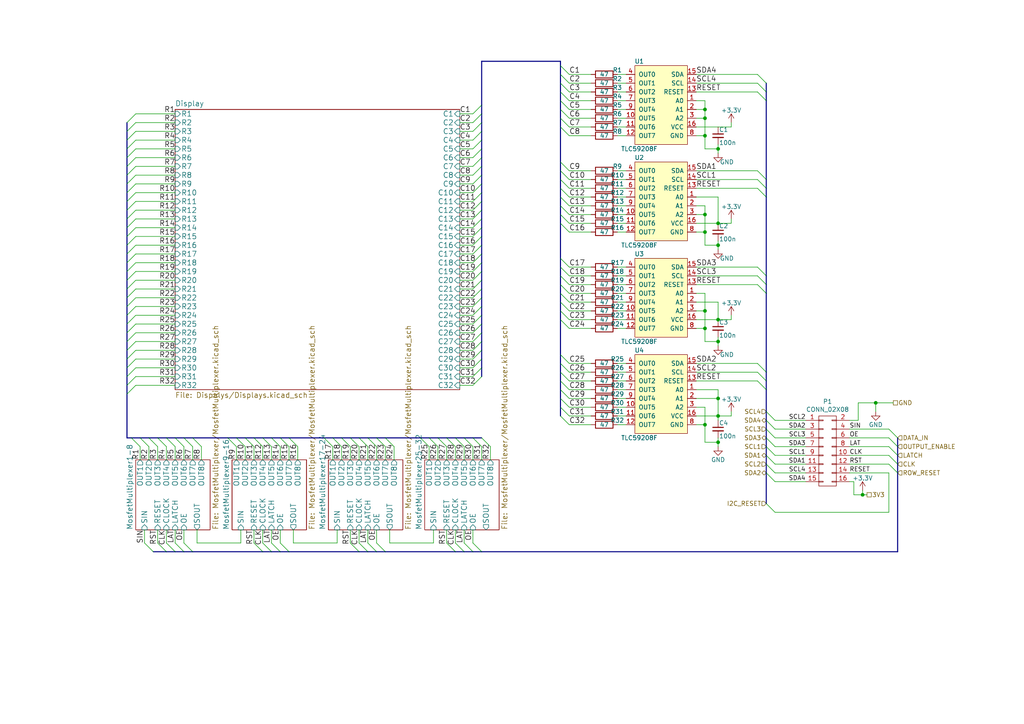
<source format=kicad_sch>
(kicad_sch (version 20211123) (generator eeschema)
  (paper "A4")
  (title_block (title "Wooden clock - display board") (date "2018-10-21") (rev "1.0.0") (company "Paweł Warzecha"))
  (lib_symbols
    (symbol "conn:CONN_02X08" (pin_names (offset 0.0254) hide)
      (property "Reference" "P" (at 0 11.43 0))
      (property "Value" "CONN_02X08" (at 0 0 90))
      (symbol "CONN_02X08_1_1"
        (pin passive line (at -6.35 8.89 0) (length 3.81) (name "P1") (number "1"))
        (pin passive line (at 6.35 -1.27 180) (length 3.81) (name "P10") (number "10"))
        (pin passive line (at -6.35 -3.81 0) (length 3.81) (name "P11") (number "11"))
        (pin passive line (at 6.35 -3.81 180) (length 3.81) (name "P12") (number "12"))
        (pin passive line (at -6.35 -6.35 0) (length 3.81) (name "P13") (number "13"))
        (pin passive line (at 6.35 -6.35 180) (length 3.81) (name "P14") (number "14"))
        (pin passive line (at -6.35 -8.89 0) (length 3.81) (name "P15") (number "15"))
        (pin passive line (at 6.35 -8.89 180) (length 3.81) (name "P16") (number "16"))
        (pin passive line (at 6.35 8.89 180) (length 3.81) (name "P2") (number "2"))
        (pin passive line (at -6.35 6.35 0) (length 3.81) (name "P3") (number "3"))
        (pin passive line (at 6.35 6.35 180) (length 3.81) (name "P4") (number "4"))
        (pin passive line (at -6.35 3.81 0) (length 3.81) (name "P5") (number "5"))
        (pin passive line (at 6.35 3.81 180) (length 3.81) (name "P6") (number "6"))
        (pin passive line (at -6.35 1.27 0) (length 3.81) (name "P7") (number "7"))
        (pin passive line (at 6.35 1.27 180) (length 3.81) (name "P8") (number "8"))
        (pin passive line (at -6.35 -1.27 0) (length 3.81) (name "P9") (number "9"))
      )
    )
    (symbol "device:C_Small" (pin_numbers hide) (pin_names (offset 0.254) hide)
      (property "Reference" "C" (at 0.254 1.778 0))
      (property "Value" "C_Small" (at 0.254 -2.032 0))
      (symbol "C_Small_1_1"
        (pin passive line (at 0 2.54 270) (length 1.905) (name "~") (number "1"))
        (pin passive line (at 0 -2.54 90) (length 2.032) (name "~") (number "2"))
      )
    )
    (symbol "device:R" (pin_numbers hide) (pin_names (offset 0))
      (property "Reference" "R" (at 2.032 0 90))
      (property "Value" "R" (at 0 0 90))
      (symbol "R_1_1"
        (pin passive line (at 0 3.81 270) (length 1.27) (name "~") (number "1"))
        (pin passive line (at 0 -3.81 90) (length 1.27) (name "~") (number "2"))
      )
    )
    (symbol "power:+3.3V" (power) (pin_names (offset 0))
      (property "Value" "+3.3V" (at 0 3.556 0))
      (symbol "+3.3V_1_1"
        (pin power_in line (at 0 0 90) (length 0) hide (name "+3.3V") (number "1"))
      )
    )
    (symbol "power:GND" (power) (pin_names (offset 0))
      (property "Value" "GND" (at 0 -3.81 0))
      (symbol "GND_1_1"
        (pin power_in line (at 0 0 270) (length 0) hide (name "GND") (number "1"))
      )
    )
    (symbol "texas:TLC59208F" (pin_names (offset 1.016))
      (property "Reference" "U" (at 6.35 12.7 0))
      (property "Value" "TLC59208F" (at 2.54 -12.7 0))
      (symbol "TLC59208F_1_1"
        (pin input line (at -10.16 1.27 0) (length 2.54) (name "A0") (number "1"))
        (pin input line (at 10.16 -3.81 180) (length 2.54) (name "OUT5") (number "10"))
        (pin input line (at 10.16 -6.35 180) (length 2.54) (name "OUT6") (number "11"))
        (pin input line (at 10.16 -8.89 180) (length 2.54) (name "OUT7") (number "12"))
        (pin input line (at -10.16 3.81 0) (length 2.54) (name "RESET") (number "13"))
        (pin input line (at -10.16 6.35 0) (length 2.54) (name "SCL") (number "14"))
        (pin input line (at -10.16 8.89 0) (length 2.54) (name "SDA") (number "15"))
        (pin input line (at -10.16 -6.35 0) (length 2.54) (name "VCC") (number "16"))
        (pin input line (at -10.16 -1.27 0) (length 2.54) (name "A1") (number "2"))
        (pin input line (at -10.16 -3.81 0) (length 2.54) (name "A2") (number "3"))
        (pin input line (at 10.16 8.89 180) (length 2.54) (name "OUT0") (number "4"))
        (pin input line (at 10.16 6.35 180) (length 2.54) (name "OUT1") (number "5"))
        (pin input line (at 10.16 3.81 180) (length 2.54) (name "OUT2") (number "6"))
        (pin input line (at 10.16 1.27 180) (length 2.54) (name "OUT3") (number "7"))
        (pin input line (at -10.16 -8.89 0) (length 2.54) (name "GND") (number "8"))
        (pin input line (at 10.16 -1.27 180) (length 2.54) (name "OUT4") (number "9"))
      )
    )
  )
  (junction (at 208.28 71.12))
  (junction (at 204.47 123.19))
  (junction (at 208.28 128.27))
  (junction (at 204.47 95.25))
  (junction (at 208.28 64.77))
  (junction (at 204.47 62.23))
  (junction (at 204.47 39.37))
  (junction (at 254 116.84))
  (junction (at 250.19 143.51))
  (junction (at 204.47 67.31))
  (junction (at 204.47 31.75))
  (junction (at 204.47 90.17))
  (junction (at 208.28 43.18))
  (junction (at 204.47 34.29))
  (junction (at 208.28 99.06))
  (junction (at 208.28 92.71))
  (junction (at 208.28 120.65))
  (junction (at 208.28 115.57))
  (bus_entry (at 93.98 127) (size 2.54 2.54))
  (bus_entry (at 257.81 127) (size 2.54 2.54))
  (bus_entry (at 222.25 132.08) (size 2.54 2.54))
  (bus_entry (at 36.83 66.04) (size 2.54 -2.54))
  (bus_entry (at 36.83 81.28) (size 2.54 -2.54))
  (bus_entry (at 106.68 127) (size 2.54 2.54))
  (bus_entry (at 162.56 115.57) (size 2.54 2.54))
  (bus_entry (at 137.16 58.42) (size 2.54 -2.54))
  (bus_entry (at 162.56 120.65) (size 2.54 2.54))
  (bus_entry (at 137.16 68.58) (size 2.54 -2.54))
  (bus_entry (at 36.83 43.18) (size 2.54 -2.54))
  (bus_entry (at 257.81 134.62) (size 2.54 2.54))
  (bus_entry (at 36.83 45.72) (size 2.54 -2.54))
  (bus_entry (at 45.72 127) (size 2.54 2.54))
  (bus_entry (at 137.16 106.68) (size 2.54 -2.54))
  (bus_entry (at 137.16 53.34) (size 2.54 -2.54))
  (bus_entry (at 55.88 127) (size 2.54 2.54))
  (bus_entry (at 124.46 127) (size 2.54 2.54))
  (bus_entry (at 127 127) (size 2.54 2.54))
  (bus_entry (at 162.56 54.61) (size 2.54 2.54))
  (bus_entry (at 132.08 157.48) (size 2.54 2.54))
  (bus_entry (at 36.83 93.98) (size 2.54 -2.54))
  (bus_entry (at 68.58 127) (size 2.54 2.54))
  (bus_entry (at 83.82 127) (size 2.54 2.54))
  (bus_entry (at 137.16 71.12) (size 2.54 -2.54))
  (bus_entry (at 50.8 127) (size 2.54 2.54))
  (bus_entry (at 162.56 80.01) (size 2.54 2.54))
  (bus_entry (at 134.62 157.48) (size 2.54 2.54))
  (bus_entry (at 36.83 109.22) (size 2.54 -2.54))
  (bus_entry (at 137.16 66.04) (size 2.54 -2.54))
  (bus_entry (at 111.76 127) (size 2.54 2.54))
  (bus_entry (at 162.56 31.75) (size 2.54 2.54))
  (bus_entry (at 137.16 45.72) (size 2.54 -2.54))
  (bus_entry (at 222.25 124.46) (size 2.54 2.54))
  (bus_entry (at 121.92 127) (size 2.54 2.54))
  (bus_entry (at 36.83 68.58) (size 2.54 -2.54))
  (bus_entry (at 162.56 74.93) (size 2.54 2.54))
  (bus_entry (at 36.83 76.2) (size 2.54 -2.54))
  (bus_entry (at 162.56 21.59) (size 2.54 2.54))
  (bus_entry (at 81.28 127) (size 2.54 2.54))
  (bus_entry (at 137.16 109.22) (size 2.54 -2.54))
  (bus_entry (at 219.71 26.67) (size 2.54 2.54))
  (bus_entry (at 162.56 90.17) (size 2.54 2.54))
  (bus_entry (at 162.56 85.09) (size 2.54 2.54))
  (bus_entry (at 162.56 29.21) (size 2.54 2.54))
  (bus_entry (at 222.25 119.38) (size 2.54 2.54))
  (bus_entry (at 137.16 78.74) (size 2.54 -2.54))
  (bus_entry (at 162.56 64.77) (size 2.54 2.54))
  (bus_entry (at 36.83 83.82) (size 2.54 -2.54))
  (bus_entry (at 76.2 127) (size 2.54 2.54))
  (bus_entry (at 162.56 59.69) (size 2.54 2.54))
  (bus_entry (at 222.25 134.62) (size 2.54 2.54))
  (bus_entry (at 137.16 86.36) (size 2.54 -2.54))
  (bus_entry (at 137.16 88.9) (size 2.54 -2.54))
  (bus_entry (at 48.26 157.48) (size 2.54 2.54))
  (bus_entry (at 162.56 77.47) (size 2.54 2.54))
  (bus_entry (at 78.74 127) (size 2.54 2.54))
  (bus_entry (at 137.16 48.26) (size 2.54 -2.54))
  (bus_entry (at 137.16 99.06) (size 2.54 -2.54))
  (bus_entry (at 222.25 146.05) (size 2.54 2.54))
  (bus_entry (at 257.81 129.54) (size 2.54 2.54))
  (bus_entry (at 162.56 34.29) (size 2.54 2.54))
  (bus_entry (at 76.2 157.48) (size 2.54 2.54))
  (bus_entry (at 36.83 99.06) (size 2.54 -2.54))
  (bus_entry (at 162.56 113.03) (size 2.54 2.54))
  (bus_entry (at 137.16 76.2) (size 2.54 -2.54))
  (bus_entry (at 137.16 101.6) (size 2.54 -2.54))
  (bus_entry (at 99.06 127) (size 2.54 2.54))
  (bus_entry (at 43.18 127) (size 2.54 2.54))
  (bus_entry (at 137.16 81.28) (size 2.54 -2.54))
  (bus_entry (at 257.81 124.46) (size 2.54 2.54))
  (bus_entry (at 36.83 78.74) (size 2.54 -2.54))
  (bus_entry (at 137.16 55.88) (size 2.54 -2.54))
  (bus_entry (at 36.83 73.66) (size 2.54 -2.54))
  (bus_entry (at 132.08 127) (size 2.54 2.54))
  (bus_entry (at 162.56 57.15) (size 2.54 2.54))
  (bus_entry (at 50.8 157.48) (size 2.54 2.54))
  (bus_entry (at 73.66 157.48) (size 2.54 2.54))
  (bus_entry (at 137.16 91.44) (size 2.54 -2.54))
  (bus_entry (at 219.71 80.01) (size 2.54 2.54))
  (bus_entry (at 129.54 157.48) (size 2.54 2.54))
  (bus_entry (at 45.72 157.48) (size 2.54 2.54))
  (bus_entry (at 40.64 127) (size 2.54 2.54))
  (bus_entry (at 36.83 38.1) (size 2.54 -2.54))
  (bus_entry (at 81.28 157.48) (size 2.54 2.54))
  (bus_entry (at 137.16 104.14) (size 2.54 -2.54))
  (bus_entry (at 162.56 92.71) (size 2.54 2.54))
  (bus_entry (at 36.83 50.8) (size 2.54 -2.54))
  (bus_entry (at 137.16 96.52) (size 2.54 -2.54))
  (bus_entry (at 73.66 127) (size 2.54 2.54))
  (bus_entry (at 109.22 127) (size 2.54 2.54))
  (bus_entry (at 222.25 121.92) (size 2.54 2.54))
  (bus_entry (at 36.83 114.3) (size 2.54 -2.54))
  (bus_entry (at 36.83 48.26) (size 2.54 -2.54))
  (bus_entry (at 162.56 52.07) (size 2.54 2.54))
  (bus_entry (at 219.71 82.55) (size 2.54 2.54))
  (bus_entry (at 78.74 157.48) (size 2.54 2.54))
  (bus_entry (at 137.16 40.64) (size 2.54 -2.54))
  (bus_entry (at 106.68 157.48) (size 2.54 2.54))
  (bus_entry (at 162.56 105.41) (size 2.54 2.54))
  (bus_entry (at 219.71 107.95) (size 2.54 2.54))
  (bus_entry (at 134.62 127) (size 2.54 2.54))
  (bus_entry (at 162.56 62.23) (size 2.54 2.54))
  (bus_entry (at 36.83 55.88) (size 2.54 -2.54))
  (bus_entry (at 219.71 54.61) (size 2.54 2.54))
  (bus_entry (at 38.1 127) (size 2.54 2.54))
  (bus_entry (at 162.56 110.49) (size 2.54 2.54))
  (bus_entry (at 36.83 58.42) (size 2.54 -2.54))
  (bus_entry (at 137.16 157.48) (size 2.54 2.54))
  (bus_entry (at 109.22 157.48) (size 2.54 2.54))
  (bus_entry (at 36.83 88.9) (size 2.54 -2.54))
  (bus_entry (at 162.56 102.87) (size 2.54 2.54))
  (bus_entry (at 219.71 105.41) (size 2.54 2.54))
  (bus_entry (at 53.34 157.48) (size 2.54 2.54))
  (bus_entry (at 162.56 118.11) (size 2.54 2.54))
  (bus_entry (at 137.16 73.66) (size 2.54 -2.54))
  (bus_entry (at 137.16 35.56) (size 2.54 -2.54))
  (bus_entry (at 101.6 127) (size 2.54 2.54))
  (bus_entry (at 53.34 127) (size 2.54 2.54))
  (bus_entry (at 36.83 71.12) (size 2.54 -2.54))
  (bus_entry (at 36.83 86.36) (size 2.54 -2.54))
  (bus_entry (at 71.12 127) (size 2.54 2.54))
  (bus_entry (at 162.56 49.53) (size 2.54 2.54))
  (bus_entry (at 137.16 43.18) (size 2.54 -2.54))
  (bus_entry (at 137.16 33.02) (size 2.54 -2.54))
  (bus_entry (at 36.83 35.56) (size 2.54 -2.54))
  (bus_entry (at 137.16 38.1) (size 2.54 -2.54))
  (bus_entry (at 162.56 82.55) (size 2.54 2.54))
  (bus_entry (at 162.56 19.05) (size 2.54 2.54))
  (bus_entry (at 219.71 24.13) (size 2.54 2.54))
  (bus_entry (at 219.71 21.59) (size 2.54 2.54))
  (bus_entry (at 219.71 110.49) (size 2.54 2.54))
  (bus_entry (at 36.83 101.6) (size 2.54 -2.54))
  (bus_entry (at 48.26 127) (size 2.54 2.54))
  (bus_entry (at 36.83 53.34) (size 2.54 -2.54))
  (bus_entry (at 104.14 157.48) (size 2.54 2.54))
  (bus_entry (at 222.25 127) (size 2.54 2.54))
  (bus_entry (at 222.25 137.16) (size 2.54 2.54))
  (bus_entry (at 137.16 63.5) (size 2.54 -2.54))
  (bus_entry (at 36.83 63.5) (size 2.54 -2.54))
  (bus_entry (at 137.16 127) (size 2.54 2.54))
  (bus_entry (at 36.83 106.68) (size 2.54 -2.54))
  (bus_entry (at 137.16 111.76) (size 2.54 -2.54))
  (bus_entry (at 36.83 96.52) (size 2.54 -2.54))
  (bus_entry (at 129.54 127) (size 2.54 2.54))
  (bus_entry (at 36.83 60.96) (size 2.54 -2.54))
  (bus_entry (at 257.81 132.08) (size 2.54 2.54))
  (bus_entry (at 66.04 127) (size 2.54 2.54))
  (bus_entry (at 36.83 104.14) (size 2.54 -2.54))
  (bus_entry (at 219.71 52.07) (size 2.54 2.54))
  (bus_entry (at 137.16 83.82) (size 2.54 -2.54))
  (bus_entry (at 162.56 36.83) (size 2.54 2.54))
  (bus_entry (at 137.16 50.8) (size 2.54 -2.54))
  (bus_entry (at 162.56 26.67) (size 2.54 2.54))
  (bus_entry (at 219.71 49.53) (size 2.54 2.54))
  (bus_entry (at 222.25 129.54) (size 2.54 2.54))
  (bus_entry (at 36.83 91.44) (size 2.54 -2.54))
  (bus_entry (at 96.52 127) (size 2.54 2.54))
  (bus_entry (at 162.56 87.63) (size 2.54 2.54))
  (bus_entry (at 139.7 127) (size 2.54 2.54))
  (bus_entry (at 162.56 46.99) (size 2.54 2.54))
  (bus_entry (at 137.16 93.98) (size 2.54 -2.54))
  (bus_entry (at 41.91 157.48) (size 2.54 2.54))
  (bus_entry (at 162.56 24.13) (size 2.54 2.54))
  (bus_entry (at 101.6 157.48) (size 2.54 2.54))
  (bus_entry (at 219.71 77.47) (size 2.54 2.54))
  (bus_entry (at 104.14 127) (size 2.54 2.54))
  (bus_entry (at 36.83 40.64) (size 2.54 -2.54))
  (bus_entry (at 137.16 60.96) (size 2.54 -2.54))
  (bus_entry (at 36.83 111.76) (size 2.54 -2.54))
  (bus_entry (at 162.56 107.95) (size 2.54 2.54))
  (bus (pts (xy 139.7 91.44) (xy 139.7 93.98)))
  (bus (pts (xy 53.34 127) (xy 55.88 127)))
  (wire (pts (xy 204.47 31.75) (xy 204.47 34.29)))
  (bus (pts (xy 162.56 115.57) (xy 162.56 118.11)))
  (wire (pts (xy 179.07 77.47) (xy 181.61 77.47)))
  (bus (pts (xy 36.83 101.6) (xy 36.83 104.14)))
  (bus (pts (xy 55.88 160.02) (xy 76.2 160.02)))
  (wire (pts (xy 204.47 85.09) (xy 204.47 90.17)))
  (wire (pts (xy 204.47 95.25) (xy 201.93 95.25)))
  (bus (pts (xy 76.2 127) (xy 78.74 127)))
  (bus (pts (xy 222.25 24.13) (xy 222.25 26.67)))
  (wire (pts (xy 181.61 36.83) (xy 179.07 36.83)))
  (bus (pts (xy 129.54 127) (xy 132.08 127)))
  (bus (pts (xy 127 127) (xy 129.54 127)))
  (bus (pts (xy 36.83 66.04) (xy 36.83 68.58)))
  (bus (pts (xy 36.83 86.36) (xy 36.83 88.9)))
  (wire (pts (xy 165.1 67.31) (xy 171.45 67.31)))
  (wire (pts (xy 179.07 49.53) (xy 181.61 49.53)))
  (wire (pts (xy 181.61 24.13) (xy 179.07 24.13)))
  (wire (pts (xy 39.37 55.88) (xy 50.8 55.88)))
  (wire (pts (xy 201.93 90.17) (xy 204.47 90.17)))
  (wire (pts (xy 219.71 24.13) (xy 201.93 24.13)))
  (wire (pts (xy 96.52 133.35) (xy 96.52 129.54)))
  (wire (pts (xy 81.28 129.54) (xy 81.28 133.35)))
  (wire (pts (xy 45.72 133.35) (xy 45.72 129.54)))
  (bus (pts (xy 139.7 53.34) (xy 139.7 55.88)))
  (wire (pts (xy 165.1 85.09) (xy 171.45 85.09)))
  (wire (pts (xy 165.1 82.55) (xy 171.45 82.55)))
  (wire (pts (xy 208.28 69.85) (xy 208.28 71.12)))
  (bus (pts (xy 222.25 85.09) (xy 222.25 107.95)))
  (wire (pts (xy 219.71 105.41) (xy 201.93 105.41)))
  (bus (pts (xy 162.56 17.78) (xy 162.56 19.05)))
  (wire (pts (xy 39.37 111.76) (xy 50.8 111.76)))
  (wire (pts (xy 57.15 153.67) (xy 57.15 157.48)))
  (wire (pts (xy 204.47 90.17) (xy 204.47 95.25)))
  (bus (pts (xy 78.74 127) (xy 81.28 127)))
  (bus (pts (xy 109.22 127) (xy 111.76 127)))
  (bus (pts (xy 71.12 127) (xy 73.66 127)))
  (bus (pts (xy 68.58 127) (xy 71.12 127)))
  (wire (pts (xy 50.8 68.58) (xy 39.37 68.58)))
  (wire (pts (xy 111.76 129.54) (xy 111.76 133.35)))
  (wire (pts (xy 201.93 62.23) (xy 204.47 62.23)))
  (wire (pts (xy 55.88 129.54) (xy 55.88 133.35)))
  (wire (pts (xy 50.8 63.5) (xy 39.37 63.5)))
  (bus (pts (xy 139.7 88.9) (xy 139.7 91.44)))
  (bus (pts (xy 162.56 102.87) (xy 162.56 105.41)))
  (wire (pts (xy 69.85 157.48) (xy 69.85 153.67)))
  (bus (pts (xy 78.74 160.02) (xy 81.28 160.02)))
  (bus (pts (xy 139.7 38.1) (xy 139.7 40.64)))
  (wire (pts (xy 204.47 43.18) (xy 208.28 43.18)))
  (bus (pts (xy 139.7 66.04) (xy 139.7 68.58)))
  (wire (pts (xy 204.47 123.19) (xy 204.47 128.27)))
  (wire (pts (xy 248.92 116.84) (xy 254 116.84)))
  (bus (pts (xy 222.25 57.15) (xy 222.25 80.01)))
  (wire (pts (xy 137.16 101.6) (xy 133.35 101.6)))
  (bus (pts (xy 162.56 24.13) (xy 162.56 26.67)))
  (bus (pts (xy 162.56 54.61) (xy 162.56 57.15)))
  (wire (pts (xy 165.1 49.53) (xy 171.45 49.53)))
  (bus (pts (xy 139.7 96.52) (xy 139.7 99.06)))
  (wire (pts (xy 204.47 85.09) (xy 201.93 85.09)))
  (wire (pts (xy 219.71 107.95) (xy 201.93 107.95)))
  (bus (pts (xy 83.82 127) (xy 93.98 127)))
  (bus (pts (xy 139.7 35.56) (xy 139.7 38.1)))
  (wire (pts (xy 137.16 76.2) (xy 133.35 76.2)))
  (wire (pts (xy 204.47 39.37) (xy 204.47 43.18)))
  (wire (pts (xy 165.1 87.63) (xy 171.45 87.63)))
  (bus (pts (xy 101.6 127) (xy 104.14 127)))
  (wire (pts (xy 165.1 120.65) (xy 171.45 120.65)))
  (bus (pts (xy 50.8 160.02) (xy 53.34 160.02)))
  (bus (pts (xy 260.35 127) (xy 260.35 129.54)))
  (wire (pts (xy 50.8 157.48) (xy 50.8 153.67)))
  (wire (pts (xy 204.47 118.11) (xy 204.47 123.19)))
  (wire (pts (xy 165.1 110.49) (xy 171.45 110.49)))
  (wire (pts (xy 165.1 59.69) (xy 171.45 59.69)))
  (wire (pts (xy 179.07 113.03) (xy 181.61 113.03)))
  (bus (pts (xy 162.56 92.71) (xy 162.56 102.87)))
  (wire (pts (xy 133.35 109.22) (xy 137.16 109.22)))
  (wire (pts (xy 181.61 120.65) (xy 179.07 120.65)))
  (wire (pts (xy 204.47 67.31) (xy 204.47 71.12)))
  (bus (pts (xy 162.56 118.11) (xy 162.56 120.65)))
  (bus (pts (xy 162.56 59.69) (xy 162.56 62.23)))
  (bus (pts (xy 222.25 54.61) (xy 222.25 57.15)))
  (bus (pts (xy 36.83 83.82) (xy 36.83 86.36)))
  (bus (pts (xy 222.25 119.38) (xy 222.25 121.92)))
  (wire (pts (xy 39.37 40.64) (xy 50.8 40.64)))
  (bus (pts (xy 162.56 105.41) (xy 162.56 107.95)))
  (wire (pts (xy 133.35 60.96) (xy 137.16 60.96)))
  (wire (pts (xy 133.35 83.82) (xy 137.16 83.82)))
  (bus (pts (xy 162.56 113.03) (xy 162.56 115.57)))
  (wire (pts (xy 39.37 35.56) (xy 50.8 35.56)))
  (bus (pts (xy 36.83 76.2) (xy 36.83 78.74)))
  (wire (pts (xy 39.37 86.36) (xy 50.8 86.36)))
  (wire (pts (xy 179.07 67.31) (xy 181.61 67.31)))
  (wire (pts (xy 48.26 153.67) (xy 48.26 157.48)))
  (bus (pts (xy 36.83 60.96) (xy 36.83 63.5)))
  (wire (pts (xy 133.35 40.64) (xy 137.16 40.64)))
  (wire (pts (xy 165.1 123.19) (xy 171.45 123.19)))
  (wire (pts (xy 39.37 50.8) (xy 50.8 50.8)))
  (wire (pts (xy 50.8 99.06) (xy 39.37 99.06)))
  (bus (pts (xy 111.76 127) (xy 121.92 127)))
  (bus (pts (xy 134.62 160.02) (xy 137.16 160.02)))
  (wire (pts (xy 129.54 157.48) (xy 129.54 153.67)))
  (wire (pts (xy 129.54 133.35) (xy 129.54 129.54)))
  (wire (pts (xy 133.35 73.66) (xy 137.16 73.66)))
  (wire (pts (xy 76.2 153.67) (xy 76.2 157.48)))
  (bus (pts (xy 36.83 78.74) (xy 36.83 81.28)))
  (wire (pts (xy 208.28 57.15) (xy 208.28 64.77)))
  (wire (pts (xy 208.28 41.91) (xy 208.28 43.18)))
  (wire (pts (xy 165.1 21.59) (xy 171.45 21.59)))
  (bus (pts (xy 81.28 160.02) (xy 83.82 160.02)))
  (wire (pts (xy 106.68 157.48) (xy 106.68 153.67)))
  (bus (pts (xy 139.7 106.68) (xy 139.7 109.22)))
  (bus (pts (xy 36.83 48.26) (xy 36.83 50.8)))
  (wire (pts (xy 181.61 115.57) (xy 179.07 115.57)))
  (bus (pts (xy 139.7 71.12) (xy 139.7 73.66)))
  (wire (pts (xy 201.93 36.83) (xy 212.09 36.83)))
  (wire (pts (xy 113.03 157.48) (xy 125.73 157.48)))
  (wire (pts (xy 233.68 134.62) (xy 224.79 134.62)))
  (wire (pts (xy 133.35 38.1) (xy 137.16 38.1)))
  (bus (pts (xy 260.35 134.62) (xy 260.35 137.16)))
  (wire (pts (xy 246.38 121.92) (xy 248.92 121.92)))
  (wire (pts (xy 181.61 29.21) (xy 179.07 29.21)))
  (bus (pts (xy 36.83 35.56) (xy 36.83 38.1)))
  (bus (pts (xy 139.7 45.72) (xy 139.7 48.26)))
  (bus (pts (xy 36.83 63.5) (xy 36.83 66.04)))
  (wire (pts (xy 39.37 101.6) (xy 50.8 101.6)))
  (bus (pts (xy 109.22 160.02) (xy 111.76 160.02)))
  (bus (pts (xy 36.83 111.76) (xy 36.83 114.3)))
  (bus (pts (xy 162.56 62.23) (xy 162.56 64.77)))
  (bus (pts (xy 139.7 17.78) (xy 162.56 17.78)))
  (wire (pts (xy 257.81 129.54) (xy 246.38 129.54)))
  (bus (pts (xy 43.18 127) (xy 45.72 127)))
  (wire (pts (xy 83.82 133.35) (xy 83.82 129.54)))
  (wire (pts (xy 124.46 133.35) (xy 124.46 129.54)))
  (wire (pts (xy 137.16 91.44) (xy 133.35 91.44)))
  (bus (pts (xy 162.56 26.67) (xy 162.56 29.21)))
  (bus (pts (xy 104.14 127) (xy 106.68 127)))
  (wire (pts (xy 50.8 38.1) (xy 39.37 38.1)))
  (wire (pts (xy 181.61 52.07) (xy 179.07 52.07)))
  (wire (pts (xy 133.35 45.72) (xy 137.16 45.72)))
  (wire (pts (xy 201.93 115.57) (xy 208.28 115.57)))
  (bus (pts (xy 36.83 55.88) (xy 36.83 58.42)))
  (wire (pts (xy 201.93 92.71) (xy 208.28 92.71)))
  (bus (pts (xy 36.83 96.52) (xy 36.83 99.06)))
  (bus (pts (xy 222.25 107.95) (xy 222.25 110.49)))
  (wire (pts (xy 201.93 59.69) (xy 204.47 59.69)))
  (bus (pts (xy 139.7 58.42) (xy 139.7 60.96)))
  (wire (pts (xy 104.14 129.54) (xy 104.14 133.35)))
  (wire (pts (xy 50.8 58.42) (xy 39.37 58.42)))
  (wire (pts (xy 208.28 120.65) (xy 212.09 120.65)))
  (bus (pts (xy 36.83 127) (xy 38.1 127)))
  (wire (pts (xy 109.22 157.48) (xy 109.22 153.67)))
  (bus (pts (xy 139.7 30.48) (xy 139.7 33.02)))
  (bus (pts (xy 53.34 160.02) (xy 55.88 160.02)))
  (bus (pts (xy 139.7 40.64) (xy 139.7 43.18)))
  (bus (pts (xy 36.83 88.9) (xy 36.83 91.44)))
  (wire (pts (xy 137.16 111.76) (xy 133.35 111.76)))
  (wire (pts (xy 50.8 73.66) (xy 39.37 73.66)))
  (wire (pts (xy 208.28 87.63) (xy 208.28 92.71)))
  (wire (pts (xy 212.09 92.71) (xy 212.09 91.44)))
  (wire (pts (xy 165.1 115.57) (xy 171.45 115.57)))
  (wire (pts (xy 142.24 129.54) (xy 142.24 133.35)))
  (bus (pts (xy 36.83 73.66) (xy 36.83 76.2)))
  (wire (pts (xy 179.07 82.55) (xy 181.61 82.55)))
  (wire (pts (xy 250.19 143.51) (xy 250.19 142.24)))
  (bus (pts (xy 36.83 40.64) (xy 36.83 43.18)))
  (bus (pts (xy 162.56 34.29) (xy 162.56 36.83)))
  (bus (pts (xy 66.04 127) (xy 68.58 127)))
  (wire (pts (xy 181.61 62.23) (xy 179.07 62.23)))
  (wire (pts (xy 208.28 128.27) (xy 208.28 129.54)))
  (wire (pts (xy 137.16 157.48) (xy 137.16 153.67)))
  (wire (pts (xy 201.93 64.77) (xy 208.28 64.77)))
  (wire (pts (xy 137.16 96.52) (xy 133.35 96.52)))
  (wire (pts (xy 137.16 129.54) (xy 137.16 133.35)))
  (wire (pts (xy 58.42 129.54) (xy 58.42 133.35)))
  (bus (pts (xy 139.7 76.2) (xy 139.7 78.74)))
  (bus (pts (xy 162.56 82.55) (xy 162.56 85.09)))
  (wire (pts (xy 73.66 133.35) (xy 73.66 129.54)))
  (wire (pts (xy 73.66 157.48) (xy 73.66 153.67)))
  (wire (pts (xy 254 116.84) (xy 259.08 116.84)))
  (wire (pts (xy 201.93 118.11) (xy 204.47 118.11)))
  (wire (pts (xy 165.1 62.23) (xy 171.45 62.23)))
  (wire (pts (xy 224.79 137.16) (xy 233.68 137.16)))
  (wire (pts (xy 247.65 139.7) (xy 247.65 143.51)))
  (wire (pts (xy 179.07 39.37) (xy 181.61 39.37)))
  (bus (pts (xy 162.56 110.49) (xy 162.56 113.03)))
  (wire (pts (xy 181.61 85.09) (xy 179.07 85.09)))
  (wire (pts (xy 53.34 153.67) (xy 53.34 157.48)))
  (bus (pts (xy 162.56 21.59) (xy 162.56 24.13)))
  (wire (pts (xy 204.47 59.69) (xy 204.47 62.23)))
  (bus (pts (xy 40.64 127) (xy 43.18 127)))
  (bus (pts (xy 36.83 91.44) (xy 36.83 93.98)))
  (wire (pts (xy 257.81 134.62) (xy 246.38 134.62)))
  (wire (pts (xy 165.1 95.25) (xy 171.45 95.25)))
  (wire (pts (xy 181.61 26.67) (xy 179.07 26.67)))
  (wire (pts (xy 39.37 76.2) (xy 50.8 76.2)))
  (wire (pts (xy 165.1 77.47) (xy 171.45 77.47)))
  (wire (pts (xy 165.1 92.71) (xy 171.45 92.71)))
  (wire (pts (xy 219.71 77.47) (xy 201.93 77.47)))
  (wire (pts (xy 179.07 118.11) (xy 181.61 118.11)))
  (wire (pts (xy 133.35 68.58) (xy 137.16 68.58)))
  (wire (pts (xy 50.8 104.14) (xy 39.37 104.14)))
  (wire (pts (xy 208.28 99.06) (xy 208.28 100.33)))
  (wire (pts (xy 165.1 36.83) (xy 171.45 36.83)))
  (bus (pts (xy 162.56 90.17) (xy 162.56 92.71)))
  (bus (pts (xy 162.56 64.77) (xy 162.56 74.93)))
  (wire (pts (xy 133.35 55.88) (xy 137.16 55.88)))
  (wire (pts (xy 43.18 129.54) (xy 43.18 133.35)))
  (bus (pts (xy 162.56 19.05) (xy 162.56 21.59)))
  (wire (pts (xy 250.19 143.51) (xy 251.46 143.51)))
  (wire (pts (xy 133.35 93.98) (xy 137.16 93.98)))
  (wire (pts (xy 257.81 124.46) (xy 246.38 124.46)))
  (wire (pts (xy 181.61 31.75) (xy 179.07 31.75)))
  (bus (pts (xy 139.7 63.5) (xy 139.7 66.04)))
  (bus (pts (xy 36.83 104.14) (xy 36.83 106.68)))
  (bus (pts (xy 45.72 127) (xy 48.26 127)))
  (wire (pts (xy 165.1 90.17) (xy 171.45 90.17)))
  (bus (pts (xy 162.56 36.83) (xy 162.56 46.99)))
  (wire (pts (xy 53.34 129.54) (xy 53.34 133.35)))
  (wire (pts (xy 208.28 71.12) (xy 208.28 72.39)))
  (wire (pts (xy 50.8 93.98) (xy 39.37 93.98)))
  (wire (pts (xy 81.28 157.48) (xy 81.28 153.67)))
  (wire (pts (xy 181.61 105.41) (xy 179.07 105.41)))
  (wire (pts (xy 101.6 157.48) (xy 101.6 153.67)))
  (bus (pts (xy 83.82 160.02) (xy 104.14 160.02)))
  (wire (pts (xy 165.1 34.29) (xy 171.45 34.29)))
  (bus (pts (xy 137.16 160.02) (xy 139.7 160.02)))
  (bus (pts (xy 162.56 85.09) (xy 162.56 87.63)))
  (wire (pts (xy 246.38 139.7) (xy 247.65 139.7)))
  (bus (pts (xy 222.25 134.62) (xy 222.25 137.16)))
  (wire (pts (xy 50.8 83.82) (xy 39.37 83.82)))
  (bus (pts (xy 111.76 160.02) (xy 132.08 160.02)))
  (wire (pts (xy 109.22 129.54) (xy 109.22 133.35)))
  (wire (pts (xy 165.1 26.67) (xy 171.45 26.67)))
  (wire (pts (xy 204.47 71.12) (xy 208.28 71.12)))
  (wire (pts (xy 201.93 113.03) (xy 208.28 113.03)))
  (wire (pts (xy 165.1 39.37) (xy 171.45 39.37)))
  (wire (pts (xy 201.93 52.07) (xy 219.71 52.07)))
  (wire (pts (xy 125.73 157.48) (xy 125.73 153.67)))
  (wire (pts (xy 137.16 71.12) (xy 133.35 71.12)))
  (wire (pts (xy 165.1 24.13) (xy 171.45 24.13)))
  (wire (pts (xy 257.81 148.59) (xy 224.79 148.59)))
  (wire (pts (xy 71.12 129.54) (xy 71.12 133.35)))
  (bus (pts (xy 48.26 127) (xy 50.8 127)))
  (wire (pts (xy 85.09 153.67) (xy 85.09 157.48)))
  (bus (pts (xy 139.7 99.06) (xy 139.7 101.6)))
  (bus (pts (xy 132.08 127) (xy 134.62 127)))
  (bus (pts (xy 139.7 50.8) (xy 139.7 53.34)))
  (wire (pts (xy 247.65 143.51) (xy 250.19 143.51)))
  (wire (pts (xy 179.07 107.95) (xy 181.61 107.95)))
  (bus (pts (xy 222.25 121.92) (xy 222.25 124.46)))
  (bus (pts (xy 139.7 60.96) (xy 139.7 63.5)))
  (bus (pts (xy 36.83 106.68) (xy 36.83 109.22)))
  (bus (pts (xy 36.83 99.06) (xy 36.83 101.6)))
  (wire (pts (xy 201.93 80.01) (xy 219.71 80.01)))
  (wire (pts (xy 137.16 35.56) (xy 133.35 35.56)))
  (wire (pts (xy 137.16 81.28) (xy 133.35 81.28)))
  (bus (pts (xy 137.16 127) (xy 139.7 127)))
  (bus (pts (xy 36.83 93.98) (xy 36.83 96.52)))
  (bus (pts (xy 106.68 127) (xy 109.22 127)))
  (bus (pts (xy 104.14 160.02) (xy 106.68 160.02)))
  (wire (pts (xy 39.37 60.96) (xy 50.8 60.96)))
  (bus (pts (xy 36.83 68.58) (xy 36.83 71.12)))
  (bus (pts (xy 139.7 86.36) (xy 139.7 88.9)))
  (wire (pts (xy 208.28 92.71) (xy 212.09 92.71)))
  (wire (pts (xy 201.93 29.21) (xy 204.47 29.21)))
  (wire (pts (xy 39.37 45.72) (xy 50.8 45.72)))
  (wire (pts (xy 181.61 90.17) (xy 179.07 90.17)))
  (wire (pts (xy 137.16 53.34) (xy 133.35 53.34)))
  (wire (pts (xy 50.8 133.35) (xy 50.8 129.54)))
  (wire (pts (xy 133.35 88.9) (xy 137.16 88.9)))
  (wire (pts (xy 181.61 34.29) (xy 179.07 34.29)))
  (wire (pts (xy 204.47 34.29) (xy 201.93 34.29)))
  (wire (pts (xy 133.35 78.74) (xy 137.16 78.74)))
  (wire (pts (xy 181.61 64.77) (xy 179.07 64.77)))
  (wire (pts (xy 208.28 113.03) (xy 208.28 115.57)))
  (wire (pts (xy 139.7 133.35) (xy 139.7 129.54)))
  (wire (pts (xy 101.6 133.35) (xy 101.6 129.54)))
  (bus (pts (xy 139.7 83.82) (xy 139.7 86.36)))
  (bus (pts (xy 222.25 127) (xy 222.25 129.54)))
  (bus (pts (xy 222.25 110.49) (xy 222.25 113.03)))
  (bus (pts (xy 139.7 160.02) (xy 260.35 160.02)))
  (wire (pts (xy 204.47 95.25) (xy 204.47 99.06)))
  (bus (pts (xy 96.52 127) (xy 99.06 127)))
  (wire (pts (xy 50.8 109.22) (xy 39.37 109.22)))
  (wire (pts (xy 165.1 64.77) (xy 171.45 64.77)))
  (wire (pts (xy 165.1 118.11) (xy 171.45 118.11)))
  (wire (pts (xy 86.36 129.54) (xy 86.36 133.35)))
  (bus (pts (xy 36.83 50.8) (xy 36.83 53.34)))
  (wire (pts (xy 45.72 157.48) (xy 45.72 153.67)))
  (wire (pts (xy 50.8 48.26) (xy 39.37 48.26)))
  (bus (pts (xy 76.2 160.02) (xy 78.74 160.02)))
  (bus (pts (xy 162.56 107.95) (xy 162.56 110.49)))
  (wire (pts (xy 179.07 21.59) (xy 181.61 21.59)))
  (wire (pts (xy 137.16 48.26) (xy 133.35 48.26)))
  (bus (pts (xy 93.98 127) (xy 96.52 127)))
  (wire (pts (xy 219.71 49.53) (xy 201.93 49.53)))
  (wire (pts (xy 104.14 157.48) (xy 104.14 153.67)))
  (wire (pts (xy 137.16 58.42) (xy 133.35 58.42)))
  (wire (pts (xy 248.92 121.92) (xy 248.92 116.84)))
  (wire (pts (xy 204.47 67.31) (xy 201.93 67.31)))
  (bus (pts (xy 139.7 73.66) (xy 139.7 76.2)))
  (wire (pts (xy 208.28 115.57) (xy 208.28 120.65)))
  (wire (pts (xy 201.93 26.67) (xy 219.71 26.67)))
  (wire (pts (xy 50.8 78.74) (xy 39.37 78.74)))
  (bus (pts (xy 139.7 81.28) (xy 139.7 83.82)))
  (wire (pts (xy 165.1 107.95) (xy 171.45 107.95)))
  (wire (pts (xy 113.03 153.67) (xy 113.03 157.48)))
  (wire (pts (xy 254 119.38) (xy 254 116.84)))
  (wire (pts (xy 165.1 52.07) (xy 171.45 52.07)))
  (bus (pts (xy 162.56 46.99) (xy 162.56 49.53)))
  (bus (pts (xy 162.56 29.21) (xy 162.56 31.75)))
  (wire (pts (xy 39.37 81.28) (xy 50.8 81.28)))
  (wire (pts (xy 204.47 39.37) (xy 201.93 39.37)))
  (wire (pts (xy 181.61 95.25) (xy 179.07 95.25)))
  (wire (pts (xy 134.62 157.48) (xy 134.62 153.67)))
  (wire (pts (xy 212.09 36.83) (xy 212.09 35.56)))
  (wire (pts (xy 78.74 133.35) (xy 78.74 129.54)))
  (wire (pts (xy 201.93 87.63) (xy 208.28 87.63)))
  (wire (pts (xy 179.07 92.71) (xy 181.61 92.71)))
  (bus (pts (xy 44.45 160.02) (xy 48.26 160.02)))
  (bus (pts (xy 162.56 87.63) (xy 162.56 90.17)))
  (bus (pts (xy 36.83 71.12) (xy 36.83 73.66)))
  (bus (pts (xy 134.62 127) (xy 137.16 127)))
  (bus (pts (xy 36.83 81.28) (xy 36.83 83.82)))
  (wire (pts (xy 233.68 132.08) (xy 224.79 132.08)))
  (wire (pts (xy 50.8 33.02) (xy 39.37 33.02)))
  (wire (pts (xy 99.06 129.54) (xy 99.06 133.35)))
  (wire (pts (xy 204.47 34.29) (xy 204.47 39.37)))
  (bus (pts (xy 222.25 80.01) (xy 222.25 82.55)))
  (bus (pts (xy 222.25 129.54) (xy 222.25 132.08)))
  (wire (pts (xy 212.09 64.77) (xy 212.09 63.5)))
  (wire (pts (xy 204.47 123.19) (xy 201.93 123.19)))
  (bus (pts (xy 162.56 52.07) (xy 162.56 54.61)))
  (bus (pts (xy 55.88 127) (xy 66.04 127)))
  (bus (pts (xy 48.26 160.02) (xy 50.8 160.02)))
  (bus (pts (xy 36.83 43.18) (xy 36.83 45.72)))
  (wire (pts (xy 257.81 127) (xy 246.38 127)))
  (bus (pts (xy 132.08 160.02) (xy 134.62 160.02)))
  (wire (pts (xy 50.8 43.18) (xy 39.37 43.18)))
  (bus (pts (xy 139.7 43.18) (xy 139.7 45.72)))
  (wire (pts (xy 40.64 133.35) (xy 40.64 129.54)))
  (wire (pts (xy 39.37 106.68) (xy 50.8 106.68)))
  (wire (pts (xy 204.47 29.21) (xy 204.47 31.75)))
  (wire (pts (xy 204.47 128.27) (xy 208.28 128.27)))
  (wire (pts (xy 137.16 43.18) (xy 133.35 43.18)))
  (wire (pts (xy 57.15 157.48) (xy 69.85 157.48)))
  (wire (pts (xy 50.8 53.34) (xy 39.37 53.34)))
  (wire (pts (xy 208.28 120.65) (xy 208.28 121.92)))
  (wire (pts (xy 39.37 96.52) (xy 50.8 96.52)))
  (wire (pts (xy 201.93 31.75) (xy 204.47 31.75)))
  (wire (pts (xy 106.68 133.35) (xy 106.68 129.54)))
  (wire (pts (xy 137.16 66.04) (xy 133.35 66.04)))
  (bus (pts (xy 139.7 78.74) (xy 139.7 81.28)))
  (wire (pts (xy 181.61 57.15) (xy 179.07 57.15)))
  (wire (pts (xy 127 129.54) (xy 127 133.35)))
  (bus (pts (xy 139.7 101.6) (xy 139.7 104.14)))
  (bus (pts (xy 36.83 53.34) (xy 36.83 55.88)))
  (wire (pts (xy 212.09 120.65) (xy 212.09 119.38)))
  (wire (pts (xy 204.47 99.06) (xy 208.28 99.06)))
  (bus (pts (xy 139.7 68.58) (xy 139.7 71.12)))
  (bus (pts (xy 36.83 45.72) (xy 36.83 48.26)))
  (wire (pts (xy 233.68 127) (xy 224.79 127)))
  (bus (pts (xy 73.66 127) (xy 76.2 127)))
  (bus (pts (xy 222.25 137.16) (xy 222.25 146.05)))
  (wire (pts (xy 85.09 157.48) (xy 97.79 157.48)))
  (wire (pts (xy 97.79 157.48) (xy 97.79 153.67)))
  (bus (pts (xy 36.83 58.42) (xy 36.83 60.96)))
  (wire (pts (xy 233.68 139.7) (xy 224.79 139.7)))
  (wire (pts (xy 257.81 137.16) (xy 257.81 148.59)))
  (bus (pts (xy 162.56 31.75) (xy 162.56 34.29)))
  (wire (pts (xy 39.37 91.44) (xy 50.8 91.44)))
  (bus (pts (xy 36.83 114.3) (xy 36.83 127)))
  (wire (pts (xy 165.1 105.41) (xy 171.45 105.41)))
  (wire (pts (xy 165.1 113.03) (xy 171.45 113.03)))
  (bus (pts (xy 162.56 57.15) (xy 162.56 59.69)))
  (wire (pts (xy 114.3 133.35) (xy 114.3 129.54)))
  (wire (pts (xy 76.2 129.54) (xy 76.2 133.35)))
  (wire (pts (xy 133.35 33.02) (xy 137.16 33.02)))
  (wire (pts (xy 201.93 110.49) (xy 219.71 110.49)))
  (wire (pts (xy 181.61 110.49) (xy 179.07 110.49)))
  (wire (pts (xy 165.1 54.61) (xy 171.45 54.61)))
  (wire (pts (xy 233.68 121.92) (xy 224.79 121.92)))
  (bus (pts (xy 222.25 52.07) (xy 222.25 54.61)))
  (bus (pts (xy 124.46 127) (xy 127 127)))
  (bus (pts (xy 50.8 127) (xy 53.34 127)))
  (bus (pts (xy 260.35 132.08) (xy 260.35 134.62)))
  (wire (pts (xy 132.08 129.54) (xy 132.08 133.35)))
  (wire (pts (xy 219.71 54.61) (xy 201.93 54.61)))
  (wire (pts (xy 219.71 82.55) (xy 201.93 82.55)))
  (wire (pts (xy 179.07 87.63) (xy 181.61 87.63)))
  (bus (pts (xy 222.25 124.46) (xy 222.25 127)))
  (wire (pts (xy 208.28 64.77) (xy 212.09 64.77)))
  (bus (pts (xy 121.92 127) (xy 124.46 127)))
  (wire (pts (xy 78.74 157.48) (xy 78.74 153.67)))
  (wire (pts (xy 68.58 133.35) (xy 68.58 129.54)))
  (bus (pts (xy 162.56 74.93) (xy 162.56 77.47)))
  (wire (pts (xy 133.35 63.5) (xy 137.16 63.5)))
  (wire (pts (xy 179.07 59.69) (xy 181.61 59.69)))
  (bus (pts (xy 81.28 127) (xy 83.82 127)))
  (wire (pts (xy 137.16 86.36) (xy 133.35 86.36)))
  (wire (pts (xy 201.93 21.59) (xy 219.71 21.59)))
  (wire (pts (xy 133.35 104.14) (xy 137.16 104.14)))
  (wire (pts (xy 208.28 43.18) (xy 208.28 44.45)))
  (wire (pts (xy 201.93 57.15) (xy 208.28 57.15)))
  (wire (pts (xy 179.07 123.19) (xy 181.61 123.19)))
  (wire (pts (xy 165.1 57.15) (xy 171.45 57.15)))
  (wire (pts (xy 165.1 80.01) (xy 171.45 80.01)))
  (bus (pts (xy 260.35 129.54) (xy 260.35 132.08)))
  (wire (pts (xy 134.62 133.35) (xy 134.62 129.54)))
  (bus (pts (xy 36.83 38.1) (xy 36.83 40.64)))
  (wire (pts (xy 181.61 80.01) (xy 179.07 80.01)))
  (bus (pts (xy 99.06 127) (xy 101.6 127)))
  (bus (pts (xy 222.25 29.21) (xy 222.25 52.07)))
  (bus (pts (xy 222.25 82.55) (xy 222.25 85.09)))
  (wire (pts (xy 165.1 31.75) (xy 171.45 31.75)))
  (bus (pts (xy 139.7 104.14) (xy 139.7 106.68)))
  (bus (pts (xy 36.83 109.22) (xy 36.83 111.76)))
  (bus (pts (xy 162.56 77.47) (xy 162.56 80.01)))
  (wire (pts (xy 133.35 99.06) (xy 137.16 99.06)))
  (wire (pts (xy 165.1 29.21) (xy 171.45 29.21)))
  (wire (pts (xy 39.37 71.12) (xy 50.8 71.12)))
  (wire (pts (xy 41.91 153.67) (xy 41.91 157.48)))
  (wire (pts (xy 208.28 127) (xy 208.28 128.27)))
  (bus (pts (xy 162.56 80.01) (xy 162.56 82.55)))
  (wire (pts (xy 201.93 120.65) (xy 208.28 120.65)))
  (wire (pts (xy 132.08 157.48) (xy 132.08 153.67)))
  (bus (pts (xy 106.68 160.02) (xy 109.22 160.02)))
  (bus (pts (xy 139.7 55.88) (xy 139.7 58.42)))
  (bus (pts (xy 139.7 17.78) (xy 139.7 30.48)))
  (wire (pts (xy 208.28 97.79) (xy 208.28 99.06)))
  (wire (pts (xy 257.81 132.08) (xy 246.38 132.08)))
  (wire (pts (xy 48.26 129.54) (xy 48.26 133.35)))
  (bus (pts (xy 139.7 93.98) (xy 139.7 96.52)))
  (bus (pts (xy 222.25 26.67) (xy 222.25 29.21)))
  (wire (pts (xy 137.16 106.68) (xy 133.35 106.68)))
  (bus (pts (xy 139.7 48.26) (xy 139.7 50.8)))
  (bus (pts (xy 260.35 137.16) (xy 260.35 160.02)))
  (bus (pts (xy 139.7 33.02) (xy 139.7 35.56)))
  (bus (pts (xy 162.56 49.53) (xy 162.56 52.07)))
  (wire (pts (xy 179.07 54.61) (xy 181.61 54.61)))
  (bus (pts (xy 38.1 127) (xy 40.64 127)))
  (wire (pts (xy 233.68 124.46) (xy 224.79 124.46)))
  (bus (pts (xy 222.25 132.08) (xy 222.25 134.62)))
  (wire (pts (xy 233.68 129.54) (xy 224.79 129.54)))
  (wire (pts (xy 39.37 66.04) (xy 50.8 66.04)))
  (wire (pts (xy 246.38 137.16) (xy 257.81 137.16)))
  (bus (pts (xy 222.25 113.03) (xy 222.25 119.38)))
  (wire (pts (xy 50.8 88.9) (xy 39.37 88.9)))
  (wire (pts (xy 204.47 62.23) (xy 204.47 67.31)))
  (wire (pts (xy 133.35 50.8) (xy 137.16 50.8)))
  (label "C8" (at 133.35 50.8 0) (effects (font (size 1.524 1.524))))
  (label "C9" (at 165.1 49.53 0) (effects (font (size 1.524 1.524))))
  (label "R24" (at 50.8 91.44 180) (effects (font (size 1.524 1.524))))
  (label "R12" (at 50.8 60.96 180) (effects (font (size 1.524 1.524))))
  (label "C2" (at 133.35 35.56 0) (effects (font (size 1.524 1.524))))
  (label "C6" (at 165.1 34.29 0) (effects (font (size 1.524 1.524))))
  (label "R7" (at 55.88 133.35 90) (effects (font (size 1.524 1.524))))
  (label "C31" (at 165.1 120.65 0) (effects (font (size 1.524 1.524))))
  (label "LAT" (at 78.74 153.67 270) (effects (font (size 1.524 1.524))))
  (label "R30" (at 137.16 133.35 90) (effects (font (size 1.524 1.524))))
  (label "R2" (at 43.18 133.35 90) (effects (font (size 1.524 1.524))))
  (label "C25" (at 133.35 93.98 0) (effects (font (size 1.524 1.524))))
  (label "C15" (at 165.1 64.77 0) (effects (font (size 1.524 1.524))))
  (label "C3" (at 165.1 26.67 0) (effects (font (size 1.524 1.524))))
  (label "RESET" (at 201.93 82.55 0) (effects (font (size 1.524 1.524))))
  (label "C30" (at 133.35 106.68 0) (effects (font (size 1.524 1.524))))
  (label "R23" (at 111.76 133.35 90) (effects (font (size 1.524 1.524))))
  (label "R21" (at 50.8 83.82 180) (effects (font (size 1.524 1.524))))
  (label "C7" (at 165.1 36.83 0) (effects (font (size 1.524 1.524))))
  (label "SDA1" (at 201.93 49.53 0) (effects (font (size 1.524 1.524))))
  (label "R9" (at 68.58 133.35 90) (effects (font (size 1.524 1.524))))
  (label "C20" (at 133.35 81.28 0) (effects (font (size 1.524 1.524))))
  (label "R15" (at 50.8 68.58 180) (effects (font (size 1.524 1.524))))
  (label "R3" (at 50.8 38.1 180) (effects (font (size 1.524 1.524))))
  (label "R11" (at 73.66 133.35 90) (effects (font (size 1.524 1.524))))
  (label "C10" (at 165.1 52.07 0) (effects (font (size 1.524 1.524))))
  (label "RST" (at 45.72 153.67 270) (effects (font (size 1.524 1.524))))
  (label "C30" (at 165.1 118.11 0) (effects (font (size 1.524 1.524))))
  (label "C31" (at 133.35 109.22 0) (effects (font (size 1.524 1.524))))
  (label "SDA4" (at 201.93 21.59 0) (effects (font (size 1.524 1.524))))
  (label "C12" (at 165.1 57.15 0) (effects (font (size 1.524 1.524))))
  (label "R32" (at 142.24 133.35 90) (effects (font (size 1.524 1.524))))
  (label "C23" (at 133.35 88.9 0) (effects (font (size 1.524 1.524))))
  (label "R5" (at 50.8 43.18 180) (effects (font (size 1.524 1.524))))
  (label "R26" (at 127 133.35 90) (effects (font (size 1.524 1.524))))
  (label "R11" (at 50.8 58.42 180) (effects (font (size 1.524 1.524))))
  (label "R8" (at 58.42 133.35 90) (effects (font (size 1.524 1.524))))
  (label "SDA3" (at 201.93 77.47 0) (effects (font (size 1.524 1.524))))
  (label "R28" (at 132.08 133.35 90) (effects (font (size 1.524 1.524))))
  (label "SCL4" (at 233.68 137.16 180))
  (label "C12" (at 133.35 60.96 0) (effects (font (size 1.524 1.524))))
  (label "R17" (at 50.8 73.66 180) (effects (font (size 1.524 1.524))))
  (label "CLK" (at 48.26 153.67 270) (effects (font (size 1.524 1.524))))
  (label "C19" (at 133.35 78.74 0) (effects (font (size 1.524 1.524))))
  (label "C15" (at 133.35 68.58 0) (effects (font (size 1.524 1.524))))
  (label "R18" (at 50.8 76.2 180) (effects (font (size 1.524 1.524))))
  (label "CLK" (at 132.08 153.67 270) (effects (font (size 1.524 1.524))))
  (label "SCL3" (at 201.93 80.01 0) (effects (font (size 1.524 1.524))))
  (label "C4" (at 165.1 29.21 0) (effects (font (size 1.524 1.524))))
  (label "CLK" (at 76.2 153.67 270) (effects (font (size 1.524 1.524))))
  (label "C32" (at 165.1 123.19 0) (effects (font (size 1.524 1.524))))
  (label "R32" (at 50.8 111.76 180) (effects (font (size 1.524 1.524))))
  (label "C21" (at 133.35 83.82 0) (effects (font (size 1.524 1.524))))
  (label "R31" (at 50.8 109.22 180) (effects (font (size 1.524 1.524))))
  (label "C27" (at 165.1 110.49 0) (effects (font (size 1.524 1.524))))
  (label "R16" (at 86.36 133.35 90) (effects (font (size 1.524 1.524))))
  (label "LAT" (at 106.68 153.67 270) (effects (font (size 1.524 1.524))))
  (label "SDA2" (at 233.68 124.46 180))
  (label "C18" (at 133.35 76.2 0) (effects (font (size 1.524 1.524))))
  (label "R10" (at 71.12 133.35 90) (effects (font (size 1.524 1.524))))
  (label "R1" (at 40.64 133.35 90) (effects (font (size 1.524 1.524))))
  (label "C9" (at 133.35 53.34 0) (effects (font (size 1.524 1.524))))
  (label "R15" (at 83.82 133.35 90) (effects (font (size 1.524 1.524))))
  (label "OE" (at 246.38 127 0))
  (label "C7" (at 133.35 48.26 0) (effects (font (size 1.524 1.524))))
  (label "C26" (at 133.35 96.52 0) (effects (font (size 1.524 1.524))))
  (label "R12" (at 76.2 133.35 90) (effects (font (size 1.524 1.524))))
  (label "C24" (at 165.1 95.25 0) (effects (font (size 1.524 1.524))))
  (label "C16" (at 165.1 67.31 0) (effects (font (size 1.524 1.524))))
  (label "LAT" (at 50.8 153.67 270) (effects (font (size 1.524 1.524))))
  (label "R29" (at 134.62 133.35 90) (effects (font (size 1.524 1.524))))
  (label "R10" (at 50.8 55.88 180) (effects (font (size 1.524 1.524))))
  (label "C32" (at 133.35 111.76 0) (effects (font (size 1.524 1.524))))
  (label "R27" (at 129.54 133.35 90) (effects (font (size 1.524 1.524))))
  (label "R8" (at 50.8 50.8 180) (effects (font (size 1.524 1.524))))
  (label "R5" (at 50.8 133.35 90) (effects (font (size 1.524 1.524))))
  (label "RST" (at 73.66 153.67 270) (effects (font (size 1.524 1.524))))
  (label "R2" (at 50.8 35.56 180) (effects (font (size 1.524 1.524))))
  (label "C13" (at 165.1 59.69 0) (effects (font (size 1.524 1.524))))
  (label "R16" (at 50.8 71.12 180) (effects (font (size 1.524 1.524))))
  (label "SDA1" (at 233.68 134.62 180))
  (label "R13" (at 50.8 63.5 180) (effects (font (size 1.524 1.524))))
  (label "R25" (at 124.46 133.35 90) (effects (font (size 1.524 1.524))))
  (label "C23" (at 165.1 92.71 0) (effects (font (size 1.524 1.524))))
  (label "C5" (at 133.35 43.18 0) (effects (font (size 1.524 1.524))))
  (label "R26" (at 50.8 96.52 180) (effects (font (size 1.524 1.524))))
  (label "R9" (at 50.8 53.34 180) (effects (font (size 1.524 1.524))))
  (label "R7" (at 50.8 48.26 180) (effects (font (size 1.524 1.524))))
  (label "R25" (at 50.8 93.98 180) (effects (font (size 1.524 1.524))))
  (label "R19" (at 50.8 78.74 180) (effects (font (size 1.524 1.524))))
  (label "R14" (at 50.8 66.04 180) (effects (font (size 1.524 1.524))))
  (label "C14" (at 165.1 62.23 0) (effects (font (size 1.524 1.524))))
  (label "R22" (at 109.22 133.35 90) (effects (font (size 1.524 1.524))))
  (label "LAT" (at 134.62 153.67 270) (effects (font (size 1.524 1.524))))
  (label "SCL2" (at 201.93 107.95 0) (effects (font (size 1.524 1.524))))
  (label "C1" (at 133.35 33.02 0) (effects (font (size 1.524 1.524))))
  (label "C18" (at 165.1 80.01 0) (effects (font (size 1.524 1.524))))
  (label "C14" (at 133.35 66.04 0) (effects (font (size 1.524 1.524))))
  (label "R18" (at 99.06 133.35 90) (effects (font (size 1.524 1.524))))
  (label "R27" (at 50.8 99.06 180) (effects (font (size 1.524 1.524))))
  (label "C2" (at 165.1 24.13 0) (effects (font (size 1.524 1.524))))
  (label "C11" (at 165.1 54.61 0) (effects (font (size 1.524 1.524))))
  (label "C5" (at 165.1 31.75 0) (effects (font (size 1.524 1.524))))
  (label "C29" (at 133.35 104.14 0) (effects (font (size 1.524 1.524))))
  (label "C3" (at 133.35 38.1 0) (effects (font (size 1.524 1.524))))
  (label "SIN" (at 41.91 153.67 270) (effects (font (size 1.524 1.524))))
  (label "R17" (at 96.52 133.35 90) (effects (font (size 1.524 1.524))))
  (label "SCL2" (at 233.68 121.92 180))
  (label "C21" (at 165.1 87.63 0) (effects (font (size 1.524 1.524))))
  (label "C27" (at 133.35 99.06 0) (effects (font (size 1.524 1.524))))
  (label "C17" (at 133.35 73.66 0) (effects (font (size 1.524 1.524))))
  (label "C26" (at 165.1 107.95 0) (effects (font (size 1.524 1.524))))
  (label "R23" (at 50.8 88.9 180) (effects (font (size 1.524 1.524))))
  (label "R14" (at 81.28 133.35 90) (effects (font (size 1.524 1.524))))
  (label "R21" (at 106.68 133.35 90) (effects (font (size 1.524 1.524))))
  (label "C28" (at 165.1 113.03 0) (effects (font (size 1.524 1.524))))
  (label "C6" (at 133.35 45.72 0) (effects (font (size 1.524 1.524))))
  (label "C4" (at 133.35 40.64 0) (effects (font (size 1.524 1.524))))
  (label "C25" (at 165.1 105.41 0) (effects (font (size 1.524 1.524))))
  (label "SIN" (at 246.38 124.46 0))
  (label "R22" (at 50.8 86.36 180) (effects (font (size 1.524 1.524))))
  (label "R24" (at 114.3 133.35 90) (effects (font (size 1.524 1.524))))
  (label "RST" (at 129.54 153.67 270) (effects (font (size 1.524 1.524))))
  (label "C24" (at 133.35 91.44 0) (effects (font (size 1.524 1.524))))
  (label "RESET" (at 201.93 54.61 0) (effects (font (size 1.524 1.524))))
  (label "SCL1" (at 201.93 52.07 0) (effects (font (size 1.524 1.524))))
  (label "R31" (at 139.7 133.35 90) (effects (font (size 1.524 1.524))))
  (label "C22" (at 165.1 90.17 0) (effects (font (size 1.524 1.524))))
  (label "SDA4" (at 233.68 139.7 180))
  (label "C20" (at 165.1 85.09 0) (effects (font (size 1.524 1.524))))
  (label "RESET" (at 246.38 137.16 0))
  (label "R6" (at 50.8 45.72 180) (effects (font (size 1.524 1.524))))
  (label "OE" (at 53.34 153.67 270) (effects (font (size 1.524 1.524))))
  (label "SCL4" (at 201.93 24.13 0) (effects (font (size 1.524 1.524))))
  (label "OE" (at 109.22 153.67 270) (effects (font (size 1.524 1.524))))
  (label "R1" (at 50.8 33.02 180) (effects (font (size 1.524 1.524))))
  (label "SDA3" (at 233.68 129.54 180))
  (label "C17" (at 165.1 77.47 0) (effects (font (size 1.524 1.524))))
  (label "RESET" (at 201.93 26.67 0) (effects (font (size 1.524 1.524))))
  (label "RST" (at 246.38 134.62 0))
  (label "OE" (at 137.16 153.67 270) (effects (font (size 1.524 1.524))))
  (label "RESET" (at 201.93 110.49 0) (effects (font (size 1.524 1.524))))
  (label "R19" (at 101.6 133.35 90) (effects (font (size 1.524 1.524))))
  (label "C19" (at 165.1 82.55 0) (effects (font (size 1.524 1.524))))
  (label "CLK" (at 104.14 153.67 270) (effects (font (size 1.524 1.524))))
  (label "R29" (at 50.8 104.14 180) (effects (font (size 1.524 1.524))))
  (label "R20" (at 50.8 81.28 180) (effects (font (size 1.524 1.524))))
  (label "C22" (at 133.35 86.36 0) (effects (font (size 1.524 1.524))))
  (label "R4" (at 48.26 133.35 90) (effects (font (size 1.524 1.524))))
  (label "SCL3" (at 233.68 127 180))
  (label "R20" (at 104.14 133.35 90) (effects (font (size 1.524 1.524))))
  (label "C28" (at 133.35 101.6 0) (effects (font (size 1.524 1.524))))
  (label "OE" (at 81.28 153.67 270) (effects (font (size 1.524 1.524))))
  (label "C8" (at 165.1 39.37 0) (effects (font (size 1.524 1.524))))
  (label "C29" (at 165.1 115.57 0) (effects (font (size 1.524 1.524))))
  (label "C16" (at 133.35 71.12 0) (effects (font (size 1.524 1.524))))
  (label "RST" (at 101.6 153.67 270) (effects (font (size 1.524 1.524))))
  (label "R3" (at 45.72 133.35 90) (effects (font (size 1.524 1.524))))
  (label "R6" (at 53.34 133.35 90) (effects (font (size 1.524 1.524))))
  (label "R13" (at 78.74 133.35 90) (effects (font (size 1.524 1.524))))
  (label "C11" (at 133.35 58.42 0) (effects (font (size 1.524 1.524))))
  (label "CLK" (at 246.38 132.08 0))
  (label "C1" (at 165.1 21.59 0) (effects (font (size 1.524 1.524))))
  (label "R4" (at 50.8 40.64 180) (effects (font (size 1.524 1.524))))
  (label "R30" (at 50.8 106.68 180) (effects (font (size 1.524 1.524))))
  (label "SCL1" (at 233.68 132.08 180))
  (label "LAT" (at 246.38 129.54 0))
  (label "SDA2" (at 201.93 105.41 0) (effects (font (size 1.524 1.524))))
  (label "R28" (at 50.8 101.6 180) (effects (font (size 1.524 1.524))))
  (label "C13" (at 133.35 63.5 0) (effects (font (size 1.524 1.524))))
  (label "C10" (at 133.35 55.88 0) (effects (font (size 1.524 1.524))))
  (hierarchical_label "SDA3" (shape bidirectional) (at 222.25 127 180))
  (hierarchical_label "CLK" (shape input) (at 260.35 134.62 0))
  (hierarchical_label "GND" (shape passive) (at 259.08 116.84 0))
  (hierarchical_label "DATA_IN" (shape input) (at 260.35 127 0))
  (hierarchical_label "OUTPUT_ENABLE" (shape input) (at 260.35 129.54 0))
  (hierarchical_label "SDA1" (shape bidirectional) (at 222.25 132.08 180))
  (hierarchical_label "SCL4" (shape input) (at 222.25 119.38 180))
  (hierarchical_label "SDA4" (shape bidirectional) (at 222.25 121.92 180))
  (hierarchical_label "I2C_RESET" (shape input) (at 222.25 146.05 180))
  (hierarchical_label "SCL2" (shape input) (at 222.25 134.62 180))
  (hierarchical_label "LATCH" (shape input) (at 260.35 132.08 0))
  (hierarchical_label "3V3" (shape passive) (at 251.46 143.51 0))
  (hierarchical_label "SDA2" (shape bidirectional) (at 222.25 137.16 180))
  (hierarchical_label "SCL1" (shape input) (at 222.25 129.54 180))
  (hierarchical_label "ROW_RESET" (shape input) (at 260.35 137.16 0))
  (hierarchical_label "SCL3" (shape input) (at 222.25 124.46 180))
  (symbol (lib_id "texas:TLC59208F") (at 191.77 30.48 0) (mirror y) (unit 1)
    (property "Reference" "U1" (at 185.42 17.78 0))
    (property "Value" "TLC59208F" (at 185.42 43.18 0))
    (property "Footprint" "kicad-libraries-master:TSSOP16" (effects hide))
  )
  (symbol (lib_id "texas:TLC59208F") (at 191.77 58.42 0) (mirror y) (unit 1)
    (property "Reference" "U2" (at 185.42 45.72 0))
    (property "Value" "TLC59208F" (at 185.42 71.12 0))
    (property "Footprint" "kicad-libraries-master:TSSOP16" (effects hide))
  )
  (symbol (lib_id "texas:TLC59208F") (at 191.77 86.36 0) (mirror y) (unit 1)
    (property "Reference" "U3" (at 185.42 73.66 0))
    (property "Value" "TLC59208F" (at 185.42 99.06 0))
    (property "Footprint" "kicad-libraries-master:TSSOP16" (effects hide))
  )
  (symbol (lib_id "texas:TLC59208F") (at 191.77 114.3 0) (mirror y) (unit 1)
    (property "Reference" "U4" (at 185.42 101.6 0))
    (property "Value" "TLC59208F" (at 185.42 127 0))
    (property "Footprint" "kicad-libraries-master:TSSOP16" (effects hide))
  )
  (symbol (lib_id "device:R") (at 175.26 24.13 270) (unit 1)
    (property "Reference" "R2" (at 179.07 22.86 90))
    (property "Value" "47" (at 175.26 24.13 90))
    (property "Footprint" "Resistors_SMD:R_0805_HandSoldering" (effects hide))
  )
  (symbol (lib_id "device:R") (at 175.26 26.67 270) (unit 1)
    (property "Reference" "R3" (at 179.07 25.4 90))
    (property "Value" "47" (at 175.26 26.67 90))
    (property "Footprint" "Resistors_SMD:R_0805_HandSoldering" (effects hide))
  )
  (symbol (lib_id "device:R") (at 175.26 29.21 270) (unit 1)
    (property "Reference" "R4" (at 179.07 27.94 90))
    (property "Value" "47" (at 175.26 29.21 90))
    (property "Footprint" "Resistors_SMD:R_0805_HandSoldering" (effects hide))
  )
  (symbol (lib_id "device:R") (at 175.26 31.75 270) (unit 1)
    (property "Reference" "R5" (at 179.07 30.48 90))
    (property "Value" "47" (at 175.26 31.75 90))
    (property "Footprint" "Resistors_SMD:R_0805_HandSoldering" (effects hide))
  )
  (symbol (lib_id "device:R") (at 175.26 34.29 270) (unit 1)
    (property "Reference" "R6" (at 179.07 33.02 90))
    (property "Value" "47" (at 175.26 34.29 90))
    (property "Footprint" "Resistors_SMD:R_0805_HandSoldering" (effects hide))
  )
  (symbol (lib_id "device:R") (at 175.26 36.83 270) (unit 1)
    (property "Reference" "R7" (at 179.07 35.56 90))
    (property "Value" "47" (at 175.26 36.83 90))
    (property "Footprint" "Resistors_SMD:R_0805_HandSoldering" (effects hide))
  )
  (symbol (lib_id "device:R") (at 175.26 39.37 270) (unit 1)
    (property "Reference" "R8" (at 179.07 38.1 90))
    (property "Value" "47" (at 175.26 39.37 90))
    (property "Footprint" "Resistors_SMD:R_0805_HandSoldering" (effects hide))
  )
  (symbol (lib_id "device:R") (at 175.26 21.59 270) (unit 1)
    (property "Reference" "R1" (at 179.07 20.32 90))
    (property "Value" "47" (at 175.26 21.59 90))
    (property "Footprint" "Resistors_SMD:R_0805_HandSoldering" (effects hide))
  )
  (symbol (lib_id "device:R") (at 175.26 52.07 270) (unit 1)
    (property "Reference" "R10" (at 179.07 50.8 90))
    (property "Value" "47" (at 175.26 52.07 90))
    (property "Footprint" "Resistors_SMD:R_0805_HandSoldering" (effects hide))
  )
  (symbol (lib_id "device:R") (at 175.26 54.61 270) (unit 1)
    (property "Reference" "R11" (at 179.07 53.34 90))
    (property "Value" "47" (at 175.26 54.61 90))
    (property "Footprint" "Resistors_SMD:R_0805_HandSoldering" (effects hide))
  )
  (symbol (lib_id "device:R") (at 175.26 57.15 270) (unit 1)
    (property "Reference" "R12" (at 179.07 55.88 90))
    (property "Value" "47" (at 175.26 57.15 90))
    (property "Footprint" "Resistors_SMD:R_0805_HandSoldering" (effects hide))
  )
  (symbol (lib_id "device:R") (at 175.26 59.69 270) (unit 1)
    (property "Reference" "R13" (at 179.07 58.42 90))
    (property "Value" "47" (at 175.26 59.69 90))
    (property "Footprint" "Resistors_SMD:R_0805_HandSoldering" (effects hide))
  )
  (symbol (lib_id "device:R") (at 175.26 62.23 270) (unit 1)
    (property "Reference" "R14" (at 179.07 60.96 90))
    (property "Value" "47" (at 175.26 62.23 90))
    (property "Footprint" "Resistors_SMD:R_0805_HandSoldering" (effects hide))
  )
  (symbol (lib_id "device:R") (at 175.26 64.77 270) (unit 1)
    (property "Reference" "R15" (at 179.07 63.5 90))
    (property "Value" "47" (at 175.26 64.77 90))
    (property "Footprint" "Resistors_SMD:R_0805_HandSoldering" (effects hide))
  )
  (symbol (lib_id "device:R") (at 175.26 67.31 270) (unit 1)
    (property "Reference" "R16" (at 179.07 66.04 90))
    (property "Value" "47" (at 175.26 67.31 90))
    (property "Footprint" "Resistors_SMD:R_0805_HandSoldering" (effects hide))
  )
  (symbol (lib_id "device:R") (at 175.26 49.53 270) (unit 1)
    (property "Reference" "R9" (at 179.07 48.26 90))
    (property "Value" "47" (at 175.26 49.53 90))
    (property "Footprint" "Resistors_SMD:R_0805_HandSoldering" (effects hide))
  )
  (symbol (lib_id "device:R") (at 175.26 80.01 270) (unit 1)
    (property "Reference" "R18" (at 179.07 78.74 90))
    (property "Value" "47" (at 175.26 80.01 90))
    (property "Footprint" "Resistors_SMD:R_0805_HandSoldering" (effects hide))
  )
  (symbol (lib_id "device:R") (at 175.26 82.55 270) (unit 1)
    (property "Reference" "R19" (at 179.07 81.28 90))
    (property "Value" "47" (at 175.26 82.55 90))
    (property "Footprint" "Resistors_SMD:R_0805_HandSoldering" (effects hide))
  )
  (symbol (lib_id "device:R") (at 175.26 85.09 270) (unit 1)
    (property "Reference" "R20" (at 179.07 83.82 90))
    (property "Value" "47" (at 175.26 85.09 90))
    (property "Footprint" "Resistors_SMD:R_0805_HandSoldering" (effects hide))
  )
  (symbol (lib_id "device:R") (at 175.26 87.63 270) (unit 1)
    (property "Reference" "R21" (at 179.07 86.36 90))
    (property "Value" "47" (at 175.26 87.63 90))
    (property "Footprint" "Resistors_SMD:R_0805_HandSoldering" (effects hide))
  )
  (symbol (lib_id "device:R") (at 175.26 90.17 270) (unit 1)
    (property "Reference" "R22" (at 179.07 88.9 90))
    (property "Value" "47" (at 175.26 90.17 90))
    (property "Footprint" "Resistors_SMD:R_0805_HandSoldering" (effects hide))
  )
  (symbol (lib_id "device:R") (at 175.26 92.71 270) (unit 1)
    (property "Reference" "R23" (at 179.07 91.44 90))
    (property "Value" "47" (at 175.26 92.71 90))
    (property "Footprint" "Resistors_SMD:R_0805_HandSoldering" (effects hide))
  )
  (symbol (lib_id "device:R") (at 175.26 95.25 270) (unit 1)
    (property "Reference" "R24" (at 179.07 93.98 90))
    (property "Value" "47" (at 175.26 95.25 90))
    (property "Footprint" "Resistors_SMD:R_0805_HandSoldering" (effects hide))
  )
  (symbol (lib_id "device:R") (at 175.26 77.47 270) (unit 1)
    (property "Reference" "R17" (at 179.07 76.2 90))
    (property "Value" "47" (at 175.26 77.47 90))
    (property "Footprint" "Resistors_SMD:R_0805_HandSoldering" (effects hide))
  )
  (symbol (lib_id "device:R") (at 175.26 107.95 270) (unit 1)
    (property "Reference" "R26" (at 179.07 106.68 90))
    (property "Value" "47" (at 175.26 107.95 90))
    (property "Footprint" "Resistors_SMD:R_0805_HandSoldering" (effects hide))
  )
  (symbol (lib_id "device:R") (at 175.26 110.49 270) (unit 1)
    (property "Reference" "R27" (at 179.07 109.22 90))
    (property "Value" "47" (at 175.26 110.49 90))
    (property "Footprint" "Resistors_SMD:R_0805_HandSoldering" (effects hide))
  )
  (symbol (lib_id "device:R") (at 175.26 113.03 270) (unit 1)
    (property "Reference" "R28" (at 179.07 111.76 90))
    (property "Value" "47" (at 175.26 113.03 90))
    (property "Footprint" "Resistors_SMD:R_0805_HandSoldering" (effects hide))
  )
  (symbol (lib_id "device:R") (at 175.26 115.57 270) (unit 1)
    (property "Reference" "R29" (at 179.07 114.3 90))
    (property "Value" "47" (at 175.26 115.57 90))
    (property "Footprint" "Resistors_SMD:R_0805_HandSoldering" (effects hide))
  )
  (symbol (lib_id "device:R") (at 175.26 118.11 270) (unit 1)
    (property "Reference" "R30" (at 179.07 116.84 90))
    (property "Value" "47" (at 175.26 118.11 90))
    (property "Footprint" "Resistors_SMD:R_0805_HandSoldering" (effects hide))
  )
  (symbol (lib_id "device:R") (at 175.26 120.65 270) (unit 1)
    (property "Reference" "R31" (at 179.07 119.38 90))
    (property "Value" "47" (at 175.26 120.65 90))
    (property "Footprint" "Resistors_SMD:R_0805_HandSoldering" (effects hide))
  )
  (symbol (lib_id "device:R") (at 175.26 123.19 270) (unit 1)
    (property "Reference" "R32" (at 179.07 121.92 90))
    (property "Value" "47" (at 175.26 123.19 90))
    (property "Footprint" "Resistors_SMD:R_0805_HandSoldering" (effects hide))
  )
  (symbol (lib_id "device:R") (at 175.26 105.41 270) (unit 1)
    (property "Reference" "R25" (at 179.07 104.14 90))
    (property "Value" "47" (at 175.26 105.41 90))
    (property "Footprint" "Resistors_SMD:R_0805_HandSoldering" (effects hide))
  )
  (symbol (lib_id "device:C_Small") (at 208.28 124.46 0) (unit 1)
    (property "Reference" "C4" (at 208.534 122.682 0) (effects (justify left)))
    (property "Value" "100n" (at 208.534 126.492 0) (effects (justify left)))
    (property "Footprint" "Capacitors_SMD:C_0402_NoSilk" (effects hide))
  )
  (symbol (lib_id "device:C_Small") (at 208.28 95.25 0) (unit 1)
    (property "Reference" "C3" (at 208.534 93.472 0) (effects (justify left)))
    (property "Value" "100n" (at 208.534 97.282 0) (effects (justify left)))
    (property "Footprint" "Capacitors_SMD:C_0402_NoSilk" (effects hide))
  )
  (symbol (lib_id "device:C_Small") (at 208.28 67.31 0) (unit 1)
    (property "Reference" "C2" (at 208.534 65.532 0) (effects (justify left)))
    (property "Value" "100n" (at 208.534 69.342 0) (effects (justify left)))
    (property "Footprint" "Capacitors_SMD:C_0402_NoSilk" (effects hide))
  )
  (symbol (lib_id "device:C_Small") (at 208.28 39.37 0) (unit 1)
    (property "Reference" "C1" (at 208.534 37.592 0) (effects (justify left)))
    (property "Value" "100n" (at 208.534 41.402 0) (effects (justify left)))
    (property "Footprint" "Capacitors_SMD:C_0402_NoSilk" (effects hide))
  )
  (symbol (lib_id "power:GND") (at 208.28 129.54 0) (unit 1)
    (property "Reference" "#PWR04" (effects hide))
    (property "Value" "GND" (at 208.28 133.35 0))
  )
  (symbol (lib_id "power:GND") (at 208.28 100.33 0) (unit 1)
    (property "Reference" "#PWR03" (effects hide))
    (property "Value" "GND" (at 210.82 102.87 0))
  )
  (symbol (lib_id "power:GND") (at 208.28 72.39 0) (unit 1)
    (property "Reference" "#PWR02" (effects hide))
    (property "Value" "GND" (at 210.82 74.93 0))
  )
  (symbol (lib_id "power:GND") (at 208.28 44.45 0) (unit 1)
    (property "Reference" "#PWR01" (effects hide))
    (property "Value" "GND" (at 210.82 46.99 0))
  )
  (symbol (lib_id "power:GND") (at 254 119.38 0) (mirror y) (unit 1)
    (property "Reference" "#PWR010" (effects hide))
    (property "Value" "GND" (at 254 123.19 0))
  )
  (symbol (lib_id "power:+3.3V") (at 212.09 35.56 0) (unit 1)
    (property "Reference" "#PWR05" (effects hide))
    (property "Value" "+3.3V" (at 212.09 32.004 0))
  )
  (symbol (lib_id "power:+3.3V") (at 212.09 63.5 0) (unit 1)
    (property "Reference" "#PWR06" (effects hide))
    (property "Value" "+3.3V" (at 212.09 59.944 0))
  )
  (symbol (lib_id "power:+3.3V") (at 212.09 91.44 0) (unit 1)
    (property "Reference" "#PWR07" (effects hide))
    (property "Value" "+3.3V" (at 212.09 87.884 0))
  )
  (symbol (lib_id "power:+3.3V") (at 212.09 119.38 0) (unit 1)
    (property "Reference" "#PWR08" (effects hide))
    (property "Value" "+3.3V" (at 212.09 115.824 0))
  )
  (symbol (lib_id "power:+3.3V") (at 250.19 142.24 0) (mirror y) (unit 1)
    (property "Reference" "#PWR09" (effects hide))
    (property "Value" "+3.3V" (at 250.19 138.684 0))
  )
  (symbol (lib_id "conn:CONN_02X08") (at 240.03 130.81 0) (unit 1)
    (property "Reference" "P1" (at 240.03 116.459 0))
    (property "Value" "CONN_02X08" (at 240.03 118.7704 0))
    (property "Footprint" "kicad-libraries-master:Pin_Header_Straight_2x08_Pitch2.54mm_SMD" (effects hide))
  )
  (sheet (at 95.25 133.35) (size 21.59 20.32)
    (property "Sheet name" "MosfetMultiplexer17-24" (at 94.4114 153.67 90) (effects (font (size 1.524 1.524)) (justify left bottom)))
    (property "Sheet file" "MosfetMultiplexer/MosfetMultiplexer.kicad_sch" (at 117.5262 153.67 90) (effects (font (size 1.524 1.524)) (justify left top)))
    (pin "OUT1" output (at 96.52 133.35 90) (effects (font (size 1.524 1.524))))
    (pin "OUT2" output (at 99.06 133.35 90) (effects (font (size 1.524 1.524))))
    (pin "OUT3" output (at 101.6 133.35 90) (effects (font (size 1.524 1.524))))
    (pin "OUT4" output (at 104.14 133.35 90) (effects (font (size 1.524 1.524))))
    (pin "OUT5" output (at 106.68 133.35 90) (effects (font (size 1.524 1.524))))
    (pin "OUT6" output (at 109.22 133.35 90) (effects (font (size 1.524 1.524))))
    (pin "OUT7" output (at 111.76 133.35 90) (effects (font (size 1.524 1.524))))
    (pin "OUT8" output (at 114.3 133.35 90) (effects (font (size 1.524 1.524))))
    (pin "SIN" input (at 97.79 153.67 270) (effects (font (size 1.524 1.524))))
    (pin "SOUT" output (at 113.03 153.67 270) (effects (font (size 1.524 1.524))))
    (pin "RESET" input (at 101.6 153.67 270) (effects (font (size 1.524 1.524))))
    (pin "CLOCK" input (at 104.14 153.67 270) (effects (font (size 1.524 1.524))))
    (pin "LATCH" input (at 106.68 153.67 270) (effects (font (size 1.524 1.524))))
    (pin "OE" input (at 109.22 153.67 270) (effects (font (size 1.524 1.524))))
  )
  (sheet (at 50.8 31.75) (size 82.55 81.28)
    (property "Sheet name" "Display" (at 50.8 30.9114 0) (effects (font (size 1.524 1.524)) (justify left bottom)))
    (property "Sheet file" "Dispalys/Displays.kicad_sch" (at 50.8 113.7162 0) (effects (font (size 1.524 1.524)) (justify left top)))
    (pin "C1" input (at 133.35 33.02 0) (effects (font (size 1.524 1.524))))
    (pin "C2" input (at 133.35 35.56 0) (effects (font (size 1.524 1.524))))
    (pin "C3" input (at 133.35 38.1 0) (effects (font (size 1.524 1.524))))
    (pin "C4" input (at 133.35 40.64 0) (effects (font (size 1.524 1.524))))
    (pin "C5" input (at 133.35 43.18 0) (effects (font (size 1.524 1.524))))
    (pin "C6" input (at 133.35 45.72 0) (effects (font (size 1.524 1.524))))
    (pin "C7" input (at 133.35 48.26 0) (effects (font (size 1.524 1.524))))
    (pin "C8" input (at 133.35 50.8 0) (effects (font (size 1.524 1.524))))
    (pin "C9" input (at 133.35 53.34 0) (effects (font (size 1.524 1.524))))
    (pin "C10" input (at 133.35 55.88 0) (effects (font (size 1.524 1.524))))
    (pin "C11" input (at 133.35 58.42 0) (effects (font (size 1.524 1.524))))
    (pin "C12" input (at 133.35 60.96 0) (effects (font (size 1.524 1.524))))
    (pin "C13" input (at 133.35 63.5 0) (effects (font (size 1.524 1.524))))
    (pin "C14" input (at 133.35 66.04 0) (effects (font (size 1.524 1.524))))
    (pin "C15" input (at 133.35 68.58 0) (effects (font (size 1.524 1.524))))
    (pin "C16" input (at 133.35 71.12 0) (effects (font (size 1.524 1.524))))
    (pin "C17" input (at 133.35 73.66 0) (effects (font (size 1.524 1.524))))
    (pin "C18" input (at 133.35 76.2 0) (effects (font (size 1.524 1.524))))
    (pin "C19" input (at 133.35 78.74 0) (effects (font (size 1.524 1.524))))
    (pin "C20" input (at 133.35 81.28 0) (effects (font (size 1.524 1.524))))
    (pin "C21" input (at 133.35 83.82 0) (effects (font (size 1.524 1.524))))
    (pin "C22" input (at 133.35 86.36 0) (effects (font (size 1.524 1.524))))
    (pin "C23" input (at 133.35 88.9 0) (effects (font (size 1.524 1.524))))
    (pin "C24" input (at 133.35 91.44 0) (effects (font (size 1.524 1.524))))
    (pin "C25" input (at 133.35 93.98 0) (effects (font (size 1.524 1.524))))
    (pin "C26" input (at 133.35 96.52 0) (effects (font (size 1.524 1.524))))
    (pin "C27" input (at 133.35 99.06 0) (effects (font (size 1.524 1.524))))
    (pin "C28" input (at 133.35 101.6 0) (effects (font (size 1.524 1.524))))
    (pin "C29" input (at 133.35 104.14 0) (effects (font (size 1.524 1.524))))
    (pin "C30" input (at 133.35 106.68 0) (effects (font (size 1.524 1.524))))
    (pin "C31" input (at 133.35 109.22 0) (effects (font (size 1.524 1.524))))
    (pin "C32" input (at 133.35 111.76 0) (effects (font (size 1.524 1.524))))
    (pin "R1" input (at 50.8 33.02 180) (effects (font (size 1.524 1.524))))
    (pin "R2" input (at 50.8 35.56 180) (effects (font (size 1.524 1.524))))
    (pin "R3" input (at 50.8 38.1 180) (effects (font (size 1.524 1.524))))
    (pin "R4" input (at 50.8 40.64 180) (effects (font (size 1.524 1.524))))
    (pin "R5" input (at 50.8 43.18 180) (effects (font (size 1.524 1.524))))
    (pin "R6" input (at 50.8 45.72 180) (effects (font (size 1.524 1.524))))
    (pin "R7" input (at 50.8 48.26 180) (effects (font (size 1.524 1.524))))
    (pin "R8" input (at 50.8 50.8 180) (effects (font (size 1.524 1.524))))
    (pin "R9" input (at 50.8 53.34 180) (effects (font (size 1.524 1.524))))
    (pin "R10" input (at 50.8 55.88 180) (effects (font (size 1.524 1.524))))
    (pin "R11" input (at 50.8 58.42 180) (effects (font (size 1.524 1.524))))
    (pin "R12" input (at 50.8 60.96 180) (effects (font (size 1.524 1.524))))
    (pin "R13" input (at 50.8 63.5 180) (effects (font (size 1.524 1.524))))
    (pin "R14" input (at 50.8 66.04 180) (effects (font (size 1.524 1.524))))
    (pin "R15" input (at 50.8 68.58 180) (effects (font (size 1.524 1.524))))
    (pin "R16" input (at 50.8 71.12 180) (effects (font (size 1.524 1.524))))
    (pin "R17" input (at 50.8 73.66 180) (effects (font (size 1.524 1.524))))
    (pin "R18" input (at 50.8 76.2 180) (effects (font (size 1.524 1.524))))
    (pin "R19" input (at 50.8 78.74 180) (effects (font (size 1.524 1.524))))
    (pin "R20" input (at 50.8 81.28 180) (effects (font (size 1.524 1.524))))
    (pin "R21" input (at 50.8 83.82 180) (effects (font (size 1.524 1.524))))
    (pin "R22" input (at 50.8 86.36 180) (effects (font (size 1.524 1.524))))
    (pin "R23" input (at 50.8 88.9 180) (effects (font (size 1.524 1.524))))
    (pin "R24" input (at 50.8 91.44 180) (effects (font (size 1.524 1.524))))
    (pin "R25" input (at 50.8 93.98 180) (effects (font (size 1.524 1.524))))
    (pin "R26" input (at 50.8 96.52 180) (effects (font (size 1.524 1.524))))
    (pin "R27" input (at 50.8 99.06 180) (effects (font (size 1.524 1.524))))
    (pin "R28" input (at 50.8 101.6 180) (effects (font (size 1.524 1.524))))
    (pin "R29" input (at 50.8 104.14 180) (effects (font (size 1.524 1.524))))
    (pin "R30" input (at 50.8 106.68 180) (effects (font (size 1.524 1.524))))
    (pin "R31" input (at 50.8 109.22 180) (effects (font (size 1.524 1.524))))
    (pin "R32" input (at 50.8 111.76 180) (effects (font (size 1.524 1.524))))
  )
  (sheet (at 123.19 133.35) (size 21.59 20.32)
    (property "Sheet name" "MosfetMultiplexer25-32" (at 122.3514 153.67 90) (effects (font (size 1.524 1.524)) (justify left bottom)))
    (property "Sheet file" "MosfetMultiplexer/MosfetMultiplexer.kicad_sch" (at 145.4662 153.67 90) (effects (font (size 1.524 1.524)) (justify left top)))
    (pin "OUT1" output (at 124.46 133.35 90) (effects (font (size 1.524 1.524))))
    (pin "OUT2" output (at 127 133.35 90) (effects (font (size 1.524 1.524))))
    (pin "OUT3" output (at 129.54 133.35 90) (effects (font (size 1.524 1.524))))
    (pin "OUT4" output (at 132.08 133.35 90) (effects (font (size 1.524 1.524))))
    (pin "OUT5" output (at 134.62 133.35 90) (effects (font (size 1.524 1.524))))
    (pin "OUT6" output (at 137.16 133.35 90) (effects (font (size 1.524 1.524))))
    (pin "OUT7" output (at 139.7 133.35 90) (effects (font (size 1.524 1.524))))
    (pin "OUT8" output (at 142.24 133.35 90) (effects (font (size 1.524 1.524))))
    (pin "SIN" input (at 125.73 153.67 270) (effects (font (size 1.524 1.524))))
    (pin "SOUT" output (at 140.97 153.67 270) (effects (font (size 1.524 1.524))))
    (pin "RESET" input (at 129.54 153.67 270) (effects (font (size 1.524 1.524))))
    (pin "CLOCK" input (at 132.08 153.67 270) (effects (font (size 1.524 1.524))))
    (pin "LATCH" input (at 134.62 153.67 270) (effects (font (size 1.524 1.524))))
    (pin "OE" input (at 137.16 153.67 270) (effects (font (size 1.524 1.524))))
  )
  (sheet (at 67.31 133.35) (size 21.59 20.32)
    (property "Sheet name" "MosfetMultiplexer9-16" (at 66.4714 153.67 90) (effects (font (size 1.524 1.524)) (justify left bottom)))
    (property "Sheet file" "MosfetMultiplexer/MosfetMultiplexer.kicad_sch" (at 89.5862 153.67 90) (effects (font (size 1.524 1.524)) (justify left top)))
    (pin "OUT1" output (at 68.58 133.35 90) (effects (font (size 1.524 1.524))))
    (pin "OUT2" output (at 71.12 133.35 90) (effects (font (size 1.524 1.524))))
    (pin "OUT3" output (at 73.66 133.35 90) (effects (font (size 1.524 1.524))))
    (pin "OUT4" output (at 76.2 133.35 90) (effects (font (size 1.524 1.524))))
    (pin "OUT5" output (at 78.74 133.35 90) (effects (font (size 1.524 1.524))))
    (pin "OUT6" output (at 81.28 133.35 90) (effects (font (size 1.524 1.524))))
    (pin "OUT7" output (at 83.82 133.35 90) (effects (font (size 1.524 1.524))))
    (pin "OUT8" output (at 86.36 133.35 90) (effects (font (size 1.524 1.524))))
    (pin "SIN" input (at 69.85 153.67 270) (effects (font (size 1.524 1.524))))
    (pin "SOUT" output (at 85.09 153.67 270) (effects (font (size 1.524 1.524))))
    (pin "RESET" input (at 73.66 153.67 270) (effects (font (size 1.524 1.524))))
    (pin "CLOCK" input (at 76.2 153.67 270) (effects (font (size 1.524 1.524))))
    (pin "LATCH" input (at 78.74 153.67 270) (effects (font (size 1.524 1.524))))
    (pin "OE" input (at 81.28 153.67 270) (effects (font (size 1.524 1.524))))
  )
  (sheet (at 39.37 133.35) (size 21.59 20.32)
    (property "Sheet name" "MosfetMultiplexer1-8" (at 38.5314 153.67 90) (effects (font (size 1.524 1.524)) (justify left bottom)))
    (property "Sheet file" "MosfetMultiplexer/MosfetMultiplexer.kicad_sch" (at 61.6462 153.67 90) (effects (font (size 1.524 1.524)) (justify left top)))
    (pin "OUT1" output (at 40.64 133.35 90) (effects (font (size 1.524 1.524))))
    (pin "OUT2" output (at 43.18 133.35 90) (effects (font (size 1.524 1.524))))
    (pin "OUT3" output (at 45.72 133.35 90) (effects (font (size 1.524 1.524))))
    (pin "OUT4" output (at 48.26 133.35 90) (effects (font (size 1.524 1.524))))
    (pin "OUT5" output (at 50.8 133.35 90) (effects (font (size 1.524 1.524))))
    (pin "OUT6" output (at 53.34 133.35 90) (effects (font (size 1.524 1.524))))
    (pin "OUT7" output (at 55.88 133.35 90) (effects (font (size 1.524 1.524))))
    (pin "OUT8" output (at 58.42 133.35 90) (effects (font (size 1.524 1.524))))
    (pin "SIN" input (at 41.91 153.67 270) (effects (font (size 1.524 1.524))))
    (pin "SOUT" output (at 57.15 153.67 270) (effects (font (size 1.524 1.524))))
    (pin "RESET" input (at 45.72 153.67 270) (effects (font (size 1.524 1.524))))
    (pin "CLOCK" input (at 48.26 153.67 270) (effects (font (size 1.524 1.524))))
    (pin "LATCH" input (at 50.8 153.67 270) (effects (font (size 1.524 1.524))))
    (pin "OE" input (at 53.34 153.67 270) (effects (font (size 1.524 1.524))))
  )
)
</source>
